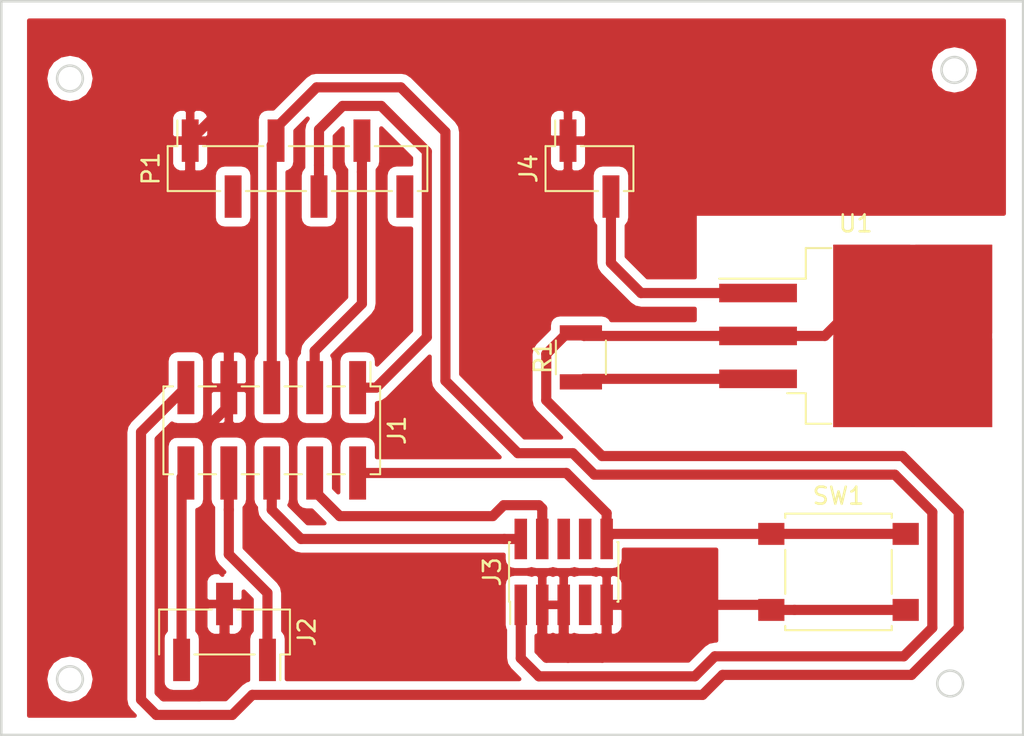
<source format=kicad_pcb>
(kicad_pcb (version 4) (host pcbnew 4.0.7-e2-6376~60~ubuntu17.10.1)

  (general
    (links 28)
    (no_connects 0)
    (area 113.716999 63.932999 174.319001 107.517001)
    (thickness 1.6)
    (drawings 9)
    (tracks 111)
    (zones 0)
    (modules 8)
    (nets 13)
  )

  (page A4)
  (layers
    (0 F.Cu mixed)
    (31 B.Cu signal)
    (32 B.Adhes user)
    (33 F.Adhes user)
    (34 B.Paste user)
    (35 F.Paste user)
    (36 B.SilkS user)
    (37 F.SilkS user)
    (38 B.Mask user)
    (39 F.Mask user)
    (40 Dwgs.User user)
    (41 Cmts.User user)
    (42 Eco1.User user)
    (43 Eco2.User user)
    (44 Edge.Cuts user)
    (45 Margin user)
    (46 B.CrtYd user)
    (47 F.CrtYd user)
    (48 B.Fab user)
    (49 F.Fab user)
  )

  (setup
    (last_trace_width 0.25)
    (trace_clearance 0.15)
    (zone_clearance 0.508)
    (zone_45_only yes)
    (trace_min 0.2)
    (segment_width 0.2)
    (edge_width 0.15)
    (via_size 0.6)
    (via_drill 0.4)
    (via_min_size 0.4)
    (via_min_drill 0.3)
    (uvia_size 0.3)
    (uvia_drill 0.1)
    (uvias_allowed no)
    (uvia_min_size 0.2)
    (uvia_min_drill 0.1)
    (pcb_text_width 0.3)
    (pcb_text_size 1.5 1.5)
    (mod_edge_width 0.15)
    (mod_text_size 1 1)
    (mod_text_width 0.15)
    (pad_size 1.524 1.524)
    (pad_drill 0.762)
    (pad_to_mask_clearance 0.2)
    (aux_axis_origin 113.792 107.442)
    (grid_origin 113.792 107.442)
    (visible_elements FFFFEF7F)
    (pcbplotparams
      (layerselection 0x01000_80000001)
      (usegerberextensions false)
      (excludeedgelayer true)
      (linewidth 0.100000)
      (plotframeref false)
      (viasonmask true)
      (mode 1)
      (useauxorigin false)
      (hpglpennumber 1)
      (hpglpenspeed 20)
      (hpglpendiameter 15)
      (hpglpenoverlay 2)
      (psnegative false)
      (psa4output false)
      (plotreference true)
      (plotvalue true)
      (plotinvisibletext true)
      (padsonsilk true)
      (subtractmaskfromsilk false)
      (outputformat 1)
      (mirror false)
      (drillshape 0)
      (scaleselection 1)
      (outputdirectory /home/jonk/KELLY/Projects/biotz2/hardware/utility-board/output-cnc))
  )

  (net 0 "")
  (net 1 TX)
  (net 2 NRST)
  (net 3 RX)
  (net 4 SWDCLK)
  (net 5 +3V3)
  (net 6 SWDIO)
  (net 7 GND)
  (net 8 PA14)
  (net 9 BAT)
  (net 10 PA15)
  (net 11 "Net-(J4-Pad2)")
  (net 12 "Net-(R1-Pad1)")

  (net_class Default "This is the default net class."
    (clearance 0.15)
    (trace_width 0.25)
    (via_dia 0.6)
    (via_drill 0.4)
    (uvia_dia 0.3)
    (uvia_drill 0.1)
  )

  (net_class cnc ""
    (clearance 0.5)
    (trace_width 0.6)
    (via_dia 1.8)
    (via_drill 1.4)
    (uvia_dia 0.3)
    (uvia_drill 0.1)
    (add_net +3V3)
    (add_net BAT)
    (add_net GND)
    (add_net NRST)
    (add_net "Net-(J4-Pad2)")
    (add_net "Net-(R1-Pad1)")
    (add_net PA14)
    (add_net PA15)
    (add_net RX)
    (add_net SWDCLK)
    (add_net SWDIO)
    (add_net TX)
  )

  (net_class cnc-narrow ""
    (clearance 0.2)
    (trace_width 0.55)
    (via_dia 1.8)
    (via_drill 1.4)
    (uvia_dia 0.3)
    (uvia_drill 0.1)
  )

  (net_class wide ""
    (clearance 0.2)
    (trace_width 0.5)
    (via_dia 0.6)
    (via_drill 0.4)
    (uvia_dia 0.3)
    (uvia_drill 0.1)
  )

  (module Pin_Headers:Pin_Header_Straight_2x05_Pitch2.54mm_SMD (layer F.Cu) (tedit 59650532) (tstamp 5AC46814)
    (at 129.794 89.408 270)
    (descr "surface-mounted straight pin header, 2x05, 2.54mm pitch, double rows")
    (tags "Surface mounted pin header SMD 2x05 2.54mm double row")
    (path /5AC462B4)
    (attr smd)
    (fp_text reference J1 (at 0 -7.41 270) (layer F.SilkS)
      (effects (font (size 1 1) (thickness 0.15)))
    )
    (fp_text value Interface (at 0 7.41 270) (layer F.Fab)
      (effects (font (size 1 1) (thickness 0.15)))
    )
    (fp_line (start 2.54 6.35) (end -2.54 6.35) (layer F.Fab) (width 0.1))
    (fp_line (start -1.59 -6.35) (end 2.54 -6.35) (layer F.Fab) (width 0.1))
    (fp_line (start -2.54 6.35) (end -2.54 -5.4) (layer F.Fab) (width 0.1))
    (fp_line (start -2.54 -5.4) (end -1.59 -6.35) (layer F.Fab) (width 0.1))
    (fp_line (start 2.54 -6.35) (end 2.54 6.35) (layer F.Fab) (width 0.1))
    (fp_line (start -2.54 -5.4) (end -3.6 -5.4) (layer F.Fab) (width 0.1))
    (fp_line (start -3.6 -5.4) (end -3.6 -4.76) (layer F.Fab) (width 0.1))
    (fp_line (start -3.6 -4.76) (end -2.54 -4.76) (layer F.Fab) (width 0.1))
    (fp_line (start 2.54 -5.4) (end 3.6 -5.4) (layer F.Fab) (width 0.1))
    (fp_line (start 3.6 -5.4) (end 3.6 -4.76) (layer F.Fab) (width 0.1))
    (fp_line (start 3.6 -4.76) (end 2.54 -4.76) (layer F.Fab) (width 0.1))
    (fp_line (start -2.54 -2.86) (end -3.6 -2.86) (layer F.Fab) (width 0.1))
    (fp_line (start -3.6 -2.86) (end -3.6 -2.22) (layer F.Fab) (width 0.1))
    (fp_line (start -3.6 -2.22) (end -2.54 -2.22) (layer F.Fab) (width 0.1))
    (fp_line (start 2.54 -2.86) (end 3.6 -2.86) (layer F.Fab) (width 0.1))
    (fp_line (start 3.6 -2.86) (end 3.6 -2.22) (layer F.Fab) (width 0.1))
    (fp_line (start 3.6 -2.22) (end 2.54 -2.22) (layer F.Fab) (width 0.1))
    (fp_line (start -2.54 -0.32) (end -3.6 -0.32) (layer F.Fab) (width 0.1))
    (fp_line (start -3.6 -0.32) (end -3.6 0.32) (layer F.Fab) (width 0.1))
    (fp_line (start -3.6 0.32) (end -2.54 0.32) (layer F.Fab) (width 0.1))
    (fp_line (start 2.54 -0.32) (end 3.6 -0.32) (layer F.Fab) (width 0.1))
    (fp_line (start 3.6 -0.32) (end 3.6 0.32) (layer F.Fab) (width 0.1))
    (fp_line (start 3.6 0.32) (end 2.54 0.32) (layer F.Fab) (width 0.1))
    (fp_line (start -2.54 2.22) (end -3.6 2.22) (layer F.Fab) (width 0.1))
    (fp_line (start -3.6 2.22) (end -3.6 2.86) (layer F.Fab) (width 0.1))
    (fp_line (start -3.6 2.86) (end -2.54 2.86) (layer F.Fab) (width 0.1))
    (fp_line (start 2.54 2.22) (end 3.6 2.22) (layer F.Fab) (width 0.1))
    (fp_line (start 3.6 2.22) (end 3.6 2.86) (layer F.Fab) (width 0.1))
    (fp_line (start 3.6 2.86) (end 2.54 2.86) (layer F.Fab) (width 0.1))
    (fp_line (start -2.54 4.76) (end -3.6 4.76) (layer F.Fab) (width 0.1))
    (fp_line (start -3.6 4.76) (end -3.6 5.4) (layer F.Fab) (width 0.1))
    (fp_line (start -3.6 5.4) (end -2.54 5.4) (layer F.Fab) (width 0.1))
    (fp_line (start 2.54 4.76) (end 3.6 4.76) (layer F.Fab) (width 0.1))
    (fp_line (start 3.6 4.76) (end 3.6 5.4) (layer F.Fab) (width 0.1))
    (fp_line (start 3.6 5.4) (end 2.54 5.4) (layer F.Fab) (width 0.1))
    (fp_line (start -2.6 -6.41) (end 2.6 -6.41) (layer F.SilkS) (width 0.12))
    (fp_line (start -2.6 6.41) (end 2.6 6.41) (layer F.SilkS) (width 0.12))
    (fp_line (start -4.04 -5.84) (end -2.6 -5.84) (layer F.SilkS) (width 0.12))
    (fp_line (start -2.6 -6.41) (end -2.6 -5.84) (layer F.SilkS) (width 0.12))
    (fp_line (start 2.6 -6.41) (end 2.6 -5.84) (layer F.SilkS) (width 0.12))
    (fp_line (start -2.6 5.84) (end -2.6 6.41) (layer F.SilkS) (width 0.12))
    (fp_line (start 2.6 5.84) (end 2.6 6.41) (layer F.SilkS) (width 0.12))
    (fp_line (start -2.6 -4.32) (end -2.6 -3.3) (layer F.SilkS) (width 0.12))
    (fp_line (start 2.6 -4.32) (end 2.6 -3.3) (layer F.SilkS) (width 0.12))
    (fp_line (start -2.6 -1.78) (end -2.6 -0.76) (layer F.SilkS) (width 0.12))
    (fp_line (start 2.6 -1.78) (end 2.6 -0.76) (layer F.SilkS) (width 0.12))
    (fp_line (start -2.6 0.76) (end -2.6 1.78) (layer F.SilkS) (width 0.12))
    (fp_line (start 2.6 0.76) (end 2.6 1.78) (layer F.SilkS) (width 0.12))
    (fp_line (start -2.6 3.3) (end -2.6 4.32) (layer F.SilkS) (width 0.12))
    (fp_line (start 2.6 3.3) (end 2.6 4.32) (layer F.SilkS) (width 0.12))
    (fp_line (start -5.9 -6.85) (end -5.9 6.85) (layer F.CrtYd) (width 0.05))
    (fp_line (start -5.9 6.85) (end 5.9 6.85) (layer F.CrtYd) (width 0.05))
    (fp_line (start 5.9 6.85) (end 5.9 -6.85) (layer F.CrtYd) (width 0.05))
    (fp_line (start 5.9 -6.85) (end -5.9 -6.85) (layer F.CrtYd) (width 0.05))
    (fp_text user %R (at 0 0 360) (layer F.Fab)
      (effects (font (size 1 1) (thickness 0.15)))
    )
    (pad 1 smd rect (at -2.525 -5.08 270) (size 3.15 1) (layers F.Cu F.Paste F.Mask)
      (net 1 TX))
    (pad 2 smd rect (at 2.525 -5.08 270) (size 3.15 1) (layers F.Cu F.Paste F.Mask)
      (net 2 NRST))
    (pad 3 smd rect (at -2.525 -2.54 270) (size 3.15 1) (layers F.Cu F.Paste F.Mask)
      (net 3 RX))
    (pad 4 smd rect (at 2.525 -2.54 270) (size 3.15 1) (layers F.Cu F.Paste F.Mask)
      (net 4 SWDCLK))
    (pad 5 smd rect (at -2.525 0 270) (size 3.15 1) (layers F.Cu F.Paste F.Mask)
      (net 5 +3V3))
    (pad 6 smd rect (at 2.525 0 270) (size 3.15 1) (layers F.Cu F.Paste F.Mask)
      (net 6 SWDIO))
    (pad 7 smd rect (at -2.525 2.54 270) (size 3.15 1) (layers F.Cu F.Paste F.Mask)
      (net 7 GND))
    (pad 8 smd rect (at 2.525 2.54 270) (size 3.15 1) (layers F.Cu F.Paste F.Mask)
      (net 8 PA14))
    (pad 9 smd rect (at -2.525 5.08 270) (size 3.15 1) (layers F.Cu F.Paste F.Mask)
      (net 9 BAT))
    (pad 10 smd rect (at 2.525 5.08 270) (size 3.15 1) (layers F.Cu F.Paste F.Mask)
      (net 10 PA15))
    (model ${KISYS3DMOD}/Pin_Headers.3dshapes/Pin_Header_Straight_2x05_Pitch2.54mm_SMD.wrl
      (at (xyz 0 0 0))
      (scale (xyz 1 1 1))
      (rotate (xyz 0 0 0))
    )
  )

  (module Pin_Headers:Pin_Header_Straight_1x03_Pitch2.54mm_SMD_Pin1Right (layer F.Cu) (tedit 59650532) (tstamp 5AC4681B)
    (at 127 101.346 270)
    (descr "surface-mounted straight pin header, 1x03, 2.54mm pitch, single row, style 2 (pin 1 right)")
    (tags "Surface mounted pin header SMD 1x03 2.54mm single row style2 pin1 right")
    (path /5AA9B3F4)
    (attr smd)
    (fp_text reference J2 (at 0 -4.87 270) (layer F.SilkS)
      (effects (font (size 1 1) (thickness 0.15)))
    )
    (fp_text value "test points" (at 0 4.87 270) (layer F.Fab)
      (effects (font (size 1 1) (thickness 0.15)))
    )
    (fp_line (start 1.27 3.81) (end -1.27 3.81) (layer F.Fab) (width 0.1))
    (fp_line (start -1.27 -3.81) (end 0.32 -3.81) (layer F.Fab) (width 0.1))
    (fp_line (start 1.27 3.81) (end 1.27 -2.86) (layer F.Fab) (width 0.1))
    (fp_line (start 1.27 -2.86) (end 0.32 -3.81) (layer F.Fab) (width 0.1))
    (fp_line (start -1.27 -3.81) (end -1.27 3.81) (layer F.Fab) (width 0.1))
    (fp_line (start -1.27 -0.32) (end -2.54 -0.32) (layer F.Fab) (width 0.1))
    (fp_line (start -2.54 -0.32) (end -2.54 0.32) (layer F.Fab) (width 0.1))
    (fp_line (start -2.54 0.32) (end -1.27 0.32) (layer F.Fab) (width 0.1))
    (fp_line (start 1.27 -2.86) (end 2.54 -2.86) (layer F.Fab) (width 0.1))
    (fp_line (start 2.54 -2.86) (end 2.54 -2.22) (layer F.Fab) (width 0.1))
    (fp_line (start 2.54 -2.22) (end 1.27 -2.22) (layer F.Fab) (width 0.1))
    (fp_line (start 1.27 2.22) (end 2.54 2.22) (layer F.Fab) (width 0.1))
    (fp_line (start 2.54 2.22) (end 2.54 2.86) (layer F.Fab) (width 0.1))
    (fp_line (start 2.54 2.86) (end 1.27 2.86) (layer F.Fab) (width 0.1))
    (fp_line (start -1.33 -3.87) (end 1.33 -3.87) (layer F.SilkS) (width 0.12))
    (fp_line (start -1.33 3.87) (end 1.33 3.87) (layer F.SilkS) (width 0.12))
    (fp_line (start 1.33 -1.78) (end 1.33 1.78) (layer F.SilkS) (width 0.12))
    (fp_line (start -1.33 -3.87) (end -1.33 -0.76) (layer F.SilkS) (width 0.12))
    (fp_line (start 1.33 -3.3) (end 2.85 -3.3) (layer F.SilkS) (width 0.12))
    (fp_line (start 1.33 -3.87) (end 1.33 -3.3) (layer F.SilkS) (width 0.12))
    (fp_line (start -1.33 3.3) (end -1.33 3.87) (layer F.SilkS) (width 0.12))
    (fp_line (start -1.33 0.76) (end -1.33 3.87) (layer F.SilkS) (width 0.12))
    (fp_line (start -3.45 -4.35) (end -3.45 4.35) (layer F.CrtYd) (width 0.05))
    (fp_line (start -3.45 4.35) (end 3.45 4.35) (layer F.CrtYd) (width 0.05))
    (fp_line (start 3.45 4.35) (end 3.45 -4.35) (layer F.CrtYd) (width 0.05))
    (fp_line (start 3.45 -4.35) (end -3.45 -4.35) (layer F.CrtYd) (width 0.05))
    (fp_text user %R (at 0 0 360) (layer F.Fab)
      (effects (font (size 1 1) (thickness 0.15)))
    )
    (pad 2 smd rect (at -1.655 0 270) (size 2.51 1) (layers F.Cu F.Paste F.Mask)
      (net 7 GND))
    (pad 1 smd rect (at 1.655 -2.54 270) (size 2.51 1) (layers F.Cu F.Paste F.Mask)
      (net 8 PA14))
    (pad 3 smd rect (at 1.655 2.54 270) (size 2.51 1) (layers F.Cu F.Paste F.Mask)
      (net 10 PA15))
    (model ${KISYS3DMOD}/Pin_Headers.3dshapes/Pin_Header_Straight_1x03_Pitch2.54mm_SMD_Pin1Right.wrl
      (at (xyz 0 0 0))
      (scale (xyz 1 1 1))
      (rotate (xyz 0 0 0))
    )
  )

  (module Pin_Headers:Pin_Header_Straight_2x05_Pitch1.27mm_SMD (layer F.Cu) (tedit 59650536) (tstamp 5AC46829)
    (at 147.066 97.79 90)
    (descr "surface-mounted straight pin header, 2x05, 1.27mm pitch, double rows")
    (tags "Surface mounted pin header SMD 2x05 1.27mm double row")
    (path /5A72BCA8)
    (attr smd)
    (fp_text reference J3 (at 0 -4.235 90) (layer F.SilkS)
      (effects (font (size 1 1) (thickness 0.15)))
    )
    (fp_text value ATMEL-CORTEX (at 0 4.235 90) (layer F.Fab)
      (effects (font (size 1 1) (thickness 0.15)))
    )
    (fp_line (start 1.705 3.175) (end -1.705 3.175) (layer F.Fab) (width 0.1))
    (fp_line (start -1.27 -3.175) (end 1.705 -3.175) (layer F.Fab) (width 0.1))
    (fp_line (start -1.705 3.175) (end -1.705 -2.74) (layer F.Fab) (width 0.1))
    (fp_line (start -1.705 -2.74) (end -1.27 -3.175) (layer F.Fab) (width 0.1))
    (fp_line (start 1.705 -3.175) (end 1.705 3.175) (layer F.Fab) (width 0.1))
    (fp_line (start -1.705 -2.74) (end -2.75 -2.74) (layer F.Fab) (width 0.1))
    (fp_line (start -2.75 -2.74) (end -2.75 -2.34) (layer F.Fab) (width 0.1))
    (fp_line (start -2.75 -2.34) (end -1.705 -2.34) (layer F.Fab) (width 0.1))
    (fp_line (start 1.705 -2.74) (end 2.75 -2.74) (layer F.Fab) (width 0.1))
    (fp_line (start 2.75 -2.74) (end 2.75 -2.34) (layer F.Fab) (width 0.1))
    (fp_line (start 2.75 -2.34) (end 1.705 -2.34) (layer F.Fab) (width 0.1))
    (fp_line (start -1.705 -1.47) (end -2.75 -1.47) (layer F.Fab) (width 0.1))
    (fp_line (start -2.75 -1.47) (end -2.75 -1.07) (layer F.Fab) (width 0.1))
    (fp_line (start -2.75 -1.07) (end -1.705 -1.07) (layer F.Fab) (width 0.1))
    (fp_line (start 1.705 -1.47) (end 2.75 -1.47) (layer F.Fab) (width 0.1))
    (fp_line (start 2.75 -1.47) (end 2.75 -1.07) (layer F.Fab) (width 0.1))
    (fp_line (start 2.75 -1.07) (end 1.705 -1.07) (layer F.Fab) (width 0.1))
    (fp_line (start -1.705 -0.2) (end -2.75 -0.2) (layer F.Fab) (width 0.1))
    (fp_line (start -2.75 -0.2) (end -2.75 0.2) (layer F.Fab) (width 0.1))
    (fp_line (start -2.75 0.2) (end -1.705 0.2) (layer F.Fab) (width 0.1))
    (fp_line (start 1.705 -0.2) (end 2.75 -0.2) (layer F.Fab) (width 0.1))
    (fp_line (start 2.75 -0.2) (end 2.75 0.2) (layer F.Fab) (width 0.1))
    (fp_line (start 2.75 0.2) (end 1.705 0.2) (layer F.Fab) (width 0.1))
    (fp_line (start -1.705 1.07) (end -2.75 1.07) (layer F.Fab) (width 0.1))
    (fp_line (start -2.75 1.07) (end -2.75 1.47) (layer F.Fab) (width 0.1))
    (fp_line (start -2.75 1.47) (end -1.705 1.47) (layer F.Fab) (width 0.1))
    (fp_line (start 1.705 1.07) (end 2.75 1.07) (layer F.Fab) (width 0.1))
    (fp_line (start 2.75 1.07) (end 2.75 1.47) (layer F.Fab) (width 0.1))
    (fp_line (start 2.75 1.47) (end 1.705 1.47) (layer F.Fab) (width 0.1))
    (fp_line (start -1.705 2.34) (end -2.75 2.34) (layer F.Fab) (width 0.1))
    (fp_line (start -2.75 2.34) (end -2.75 2.74) (layer F.Fab) (width 0.1))
    (fp_line (start -2.75 2.74) (end -1.705 2.74) (layer F.Fab) (width 0.1))
    (fp_line (start 1.705 2.34) (end 2.75 2.34) (layer F.Fab) (width 0.1))
    (fp_line (start 2.75 2.34) (end 2.75 2.74) (layer F.Fab) (width 0.1))
    (fp_line (start 2.75 2.74) (end 1.705 2.74) (layer F.Fab) (width 0.1))
    (fp_line (start -1.765 -3.235) (end 1.765 -3.235) (layer F.SilkS) (width 0.12))
    (fp_line (start -1.765 3.235) (end 1.765 3.235) (layer F.SilkS) (width 0.12))
    (fp_line (start -3.09 -3.17) (end -1.765 -3.17) (layer F.SilkS) (width 0.12))
    (fp_line (start -1.765 -3.235) (end -1.765 -3.17) (layer F.SilkS) (width 0.12))
    (fp_line (start 1.765 -3.235) (end 1.765 -3.17) (layer F.SilkS) (width 0.12))
    (fp_line (start -1.765 3.17) (end -1.765 3.235) (layer F.SilkS) (width 0.12))
    (fp_line (start 1.765 3.17) (end 1.765 3.235) (layer F.SilkS) (width 0.12))
    (fp_line (start -4.3 -3.7) (end -4.3 3.7) (layer F.CrtYd) (width 0.05))
    (fp_line (start -4.3 3.7) (end 4.3 3.7) (layer F.CrtYd) (width 0.05))
    (fp_line (start 4.3 3.7) (end 4.3 -3.7) (layer F.CrtYd) (width 0.05))
    (fp_line (start 4.3 -3.7) (end -4.3 -3.7) (layer F.CrtYd) (width 0.05))
    (fp_text user %R (at 0 0 180) (layer F.Fab)
      (effects (font (size 1 1) (thickness 0.15)))
    )
    (pad 1 smd rect (at -1.95 -2.54 90) (size 2.4 0.74) (layers F.Cu F.Paste F.Mask)
      (net 5 +3V3))
    (pad 2 smd rect (at 1.95 -2.54 90) (size 2.4 0.74) (layers F.Cu F.Paste F.Mask)
      (net 6 SWDIO))
    (pad 3 smd rect (at -1.95 -1.27 90) (size 2.4 0.74) (layers F.Cu F.Paste F.Mask)
      (net 7 GND))
    (pad 4 smd rect (at 1.95 -1.27 90) (size 2.4 0.74) (layers F.Cu F.Paste F.Mask)
      (net 4 SWDCLK))
    (pad 5 smd rect (at -1.95 0 90) (size 2.4 0.74) (layers F.Cu F.Paste F.Mask)
      (net 7 GND))
    (pad 6 smd rect (at 1.95 0 90) (size 2.4 0.74) (layers F.Cu F.Paste F.Mask))
    (pad 7 smd rect (at -1.95 1.27 90) (size 2.4 0.74) (layers F.Cu F.Paste F.Mask))
    (pad 8 smd rect (at 1.95 1.27 90) (size 2.4 0.74) (layers F.Cu F.Paste F.Mask))
    (pad 9 smd rect (at -1.95 2.54 90) (size 2.4 0.74) (layers F.Cu F.Paste F.Mask)
      (net 7 GND))
    (pad 10 smd rect (at 1.95 2.54 90) (size 2.4 0.74) (layers F.Cu F.Paste F.Mask)
      (net 2 NRST))
    (model ${KISYS3DMOD}/Pin_Headers.3dshapes/Pin_Header_Straight_2x05_Pitch1.27mm_SMD.wrl
      (at (xyz 0 0 0))
      (scale (xyz 1 1 1))
      (rotate (xyz 0 0 0))
    )
  )

  (module Pin_Headers:Pin_Header_Straight_1x02_Pitch2.54mm_SMD_Pin1Right (layer F.Cu) (tedit 59650532) (tstamp 5AC4682F)
    (at 148.59 73.914 90)
    (descr "surface-mounted straight pin header, 1x02, 2.54mm pitch, single row, style 2 (pin 1 right)")
    (tags "Surface mounted pin header SMD 1x02 2.54mm single row style2 pin1 right")
    (path /5AC47574)
    (attr smd)
    (fp_text reference J4 (at 0 -3.6 90) (layer F.SilkS)
      (effects (font (size 1 1) (thickness 0.15)))
    )
    (fp_text value "External Charge Power" (at 0 3.6 90) (layer F.Fab)
      (effects (font (size 1 1) (thickness 0.15)))
    )
    (fp_line (start 1.27 2.54) (end -1.27 2.54) (layer F.Fab) (width 0.1))
    (fp_line (start -1.27 -2.54) (end 0.32 -2.54) (layer F.Fab) (width 0.1))
    (fp_line (start 1.27 2.54) (end 1.27 -1.59) (layer F.Fab) (width 0.1))
    (fp_line (start 1.27 -1.59) (end 0.32 -2.54) (layer F.Fab) (width 0.1))
    (fp_line (start -1.27 -2.54) (end -1.27 2.54) (layer F.Fab) (width 0.1))
    (fp_line (start -1.27 0.95) (end -2.54 0.95) (layer F.Fab) (width 0.1))
    (fp_line (start -2.54 0.95) (end -2.54 1.59) (layer F.Fab) (width 0.1))
    (fp_line (start -2.54 1.59) (end -1.27 1.59) (layer F.Fab) (width 0.1))
    (fp_line (start 1.27 -1.59) (end 2.54 -1.59) (layer F.Fab) (width 0.1))
    (fp_line (start 2.54 -1.59) (end 2.54 -0.95) (layer F.Fab) (width 0.1))
    (fp_line (start 2.54 -0.95) (end 1.27 -0.95) (layer F.Fab) (width 0.1))
    (fp_line (start -1.33 -2.6) (end 1.33 -2.6) (layer F.SilkS) (width 0.12))
    (fp_line (start -1.33 2.6) (end 1.33 2.6) (layer F.SilkS) (width 0.12))
    (fp_line (start 1.33 -0.51) (end 1.33 2.6) (layer F.SilkS) (width 0.12))
    (fp_line (start -1.33 -2.6) (end -1.33 0.51) (layer F.SilkS) (width 0.12))
    (fp_line (start 1.33 -2.03) (end 2.85 -2.03) (layer F.SilkS) (width 0.12))
    (fp_line (start 1.33 -2.6) (end 1.33 -2.03) (layer F.SilkS) (width 0.12))
    (fp_line (start -1.33 2.03) (end -1.33 2.6) (layer F.SilkS) (width 0.12))
    (fp_line (start -3.45 -3.05) (end -3.45 3.05) (layer F.CrtYd) (width 0.05))
    (fp_line (start -3.45 3.05) (end 3.45 3.05) (layer F.CrtYd) (width 0.05))
    (fp_line (start 3.45 3.05) (end 3.45 -3.05) (layer F.CrtYd) (width 0.05))
    (fp_line (start 3.45 -3.05) (end -3.45 -3.05) (layer F.CrtYd) (width 0.05))
    (fp_text user %R (at 0 0 180) (layer F.Fab)
      (effects (font (size 1 1) (thickness 0.15)))
    )
    (pad 2 smd rect (at -1.655 1.27 90) (size 2.51 1) (layers F.Cu F.Paste F.Mask)
      (net 11 "Net-(J4-Pad2)"))
    (pad 1 smd rect (at 1.655 -1.27 90) (size 2.51 1) (layers F.Cu F.Paste F.Mask)
      (net 7 GND))
    (model ${KISYS3DMOD}/Pin_Headers.3dshapes/Pin_Header_Straight_1x02_Pitch2.54mm_SMD_Pin1Right.wrl
      (at (xyz 0 0 0))
      (scale (xyz 1 1 1))
      (rotate (xyz 0 0 0))
    )
  )

  (module Pin_Headers:Pin_Header_Straight_1x06_Pitch2.54mm_SMD_Pin1Right (layer F.Cu) (tedit 59650532) (tstamp 5AC46839)
    (at 131.318 73.914 90)
    (descr "surface-mounted straight pin header, 1x06, 2.54mm pitch, single row, style 2 (pin 1 right)")
    (tags "Surface mounted pin header SMD 1x06 2.54mm single row style2 pin1 right")
    (path /57B543CA)
    (attr smd)
    (fp_text reference P1 (at 0 -8.68 90) (layer F.SilkS)
      (effects (font (size 1 1) (thickness 0.15)))
    )
    (fp_text value FTDI/Serial (at 0 8.68 90) (layer F.Fab)
      (effects (font (size 1 1) (thickness 0.15)))
    )
    (fp_line (start 1.27 7.62) (end -1.27 7.62) (layer F.Fab) (width 0.1))
    (fp_line (start -1.27 -7.62) (end 0.32 -7.62) (layer F.Fab) (width 0.1))
    (fp_line (start 1.27 7.62) (end 1.27 -6.67) (layer F.Fab) (width 0.1))
    (fp_line (start 1.27 -6.67) (end 0.32 -7.62) (layer F.Fab) (width 0.1))
    (fp_line (start -1.27 -7.62) (end -1.27 7.62) (layer F.Fab) (width 0.1))
    (fp_line (start -1.27 -4.13) (end -2.54 -4.13) (layer F.Fab) (width 0.1))
    (fp_line (start -2.54 -4.13) (end -2.54 -3.49) (layer F.Fab) (width 0.1))
    (fp_line (start -2.54 -3.49) (end -1.27 -3.49) (layer F.Fab) (width 0.1))
    (fp_line (start -1.27 0.95) (end -2.54 0.95) (layer F.Fab) (width 0.1))
    (fp_line (start -2.54 0.95) (end -2.54 1.59) (layer F.Fab) (width 0.1))
    (fp_line (start -2.54 1.59) (end -1.27 1.59) (layer F.Fab) (width 0.1))
    (fp_line (start -1.27 6.03) (end -2.54 6.03) (layer F.Fab) (width 0.1))
    (fp_line (start -2.54 6.03) (end -2.54 6.67) (layer F.Fab) (width 0.1))
    (fp_line (start -2.54 6.67) (end -1.27 6.67) (layer F.Fab) (width 0.1))
    (fp_line (start 1.27 -6.67) (end 2.54 -6.67) (layer F.Fab) (width 0.1))
    (fp_line (start 2.54 -6.67) (end 2.54 -6.03) (layer F.Fab) (width 0.1))
    (fp_line (start 2.54 -6.03) (end 1.27 -6.03) (layer F.Fab) (width 0.1))
    (fp_line (start 1.27 -1.59) (end 2.54 -1.59) (layer F.Fab) (width 0.1))
    (fp_line (start 2.54 -1.59) (end 2.54 -0.95) (layer F.Fab) (width 0.1))
    (fp_line (start 2.54 -0.95) (end 1.27 -0.95) (layer F.Fab) (width 0.1))
    (fp_line (start 1.27 3.49) (end 2.54 3.49) (layer F.Fab) (width 0.1))
    (fp_line (start 2.54 3.49) (end 2.54 4.13) (layer F.Fab) (width 0.1))
    (fp_line (start 2.54 4.13) (end 1.27 4.13) (layer F.Fab) (width 0.1))
    (fp_line (start -1.33 -7.68) (end 1.33 -7.68) (layer F.SilkS) (width 0.12))
    (fp_line (start -1.33 7.68) (end 1.33 7.68) (layer F.SilkS) (width 0.12))
    (fp_line (start 1.33 -5.59) (end 1.33 -2.03) (layer F.SilkS) (width 0.12))
    (fp_line (start 1.33 -0.51) (end 1.33 3.05) (layer F.SilkS) (width 0.12))
    (fp_line (start 1.33 4.57) (end 1.33 7.68) (layer F.SilkS) (width 0.12))
    (fp_line (start -1.33 -7.68) (end -1.33 -4.57) (layer F.SilkS) (width 0.12))
    (fp_line (start 1.33 -7.11) (end 2.85 -7.11) (layer F.SilkS) (width 0.12))
    (fp_line (start 1.33 -7.68) (end 1.33 -7.11) (layer F.SilkS) (width 0.12))
    (fp_line (start -1.33 7.11) (end -1.33 7.68) (layer F.SilkS) (width 0.12))
    (fp_line (start -1.33 -3.05) (end -1.33 0.51) (layer F.SilkS) (width 0.12))
    (fp_line (start -1.33 2.03) (end -1.33 5.59) (layer F.SilkS) (width 0.12))
    (fp_line (start -3.45 -8.15) (end -3.45 8.15) (layer F.CrtYd) (width 0.05))
    (fp_line (start -3.45 8.15) (end 3.45 8.15) (layer F.CrtYd) (width 0.05))
    (fp_line (start 3.45 8.15) (end 3.45 -8.15) (layer F.CrtYd) (width 0.05))
    (fp_line (start 3.45 -8.15) (end -3.45 -8.15) (layer F.CrtYd) (width 0.05))
    (fp_text user %R (at 0 0 180) (layer F.Fab)
      (effects (font (size 1 1) (thickness 0.15)))
    )
    (pad 2 smd rect (at -1.655 -3.81 90) (size 2.51 1) (layers F.Cu F.Paste F.Mask))
    (pad 4 smd rect (at -1.655 1.27 90) (size 2.51 1) (layers F.Cu F.Paste F.Mask)
      (net 1 TX))
    (pad 6 smd rect (at -1.655 6.35 90) (size 2.51 1) (layers F.Cu F.Paste F.Mask))
    (pad 1 smd rect (at 1.655 -6.35 90) (size 2.51 1) (layers F.Cu F.Paste F.Mask)
      (net 7 GND))
    (pad 3 smd rect (at 1.655 -1.27 90) (size 2.51 1) (layers F.Cu F.Paste F.Mask)
      (net 5 +3V3))
    (pad 5 smd rect (at 1.655 3.81 90) (size 2.51 1) (layers F.Cu F.Paste F.Mask)
      (net 3 RX))
    (model ${KISYS3DMOD}/Pin_Headers.3dshapes/Pin_Header_Straight_1x06_Pitch2.54mm_SMD_Pin1Right.wrl
      (at (xyz 0 0 0))
      (scale (xyz 1 1 1))
      (rotate (xyz 0 0 0))
    )
  )

  (module Resistors_SMD:R_1210 (layer F.Cu) (tedit 58E0A804) (tstamp 5AC4683F)
    (at 148.082 85.09 90)
    (descr "Resistor SMD 1210, reflow soldering, Vishay (see dcrcw.pdf)")
    (tags "resistor 1210")
    (path /5AC47A5A)
    (attr smd)
    (fp_text reference R1 (at 0 -2.25 90) (layer F.SilkS)
      (effects (font (size 1 1) (thickness 0.15)))
    )
    (fp_text value 3.2K (at 0 2.4 90) (layer F.Fab)
      (effects (font (size 1 1) (thickness 0.15)))
    )
    (fp_text user %R (at 0 0 90) (layer F.Fab)
      (effects (font (size 0.7 0.7) (thickness 0.105)))
    )
    (fp_line (start -1.6 1.25) (end -1.6 -1.25) (layer F.Fab) (width 0.1))
    (fp_line (start 1.6 1.25) (end -1.6 1.25) (layer F.Fab) (width 0.1))
    (fp_line (start 1.6 -1.25) (end 1.6 1.25) (layer F.Fab) (width 0.1))
    (fp_line (start -1.6 -1.25) (end 1.6 -1.25) (layer F.Fab) (width 0.1))
    (fp_line (start 1 1.48) (end -1 1.48) (layer F.SilkS) (width 0.12))
    (fp_line (start -1 -1.48) (end 1 -1.48) (layer F.SilkS) (width 0.12))
    (fp_line (start -2.15 -1.5) (end 2.15 -1.5) (layer F.CrtYd) (width 0.05))
    (fp_line (start -2.15 -1.5) (end -2.15 1.5) (layer F.CrtYd) (width 0.05))
    (fp_line (start 2.15 1.5) (end 2.15 -1.5) (layer F.CrtYd) (width 0.05))
    (fp_line (start 2.15 1.5) (end -2.15 1.5) (layer F.CrtYd) (width 0.05))
    (pad 1 smd rect (at -1.45 0 90) (size 0.9 2.5) (layers F.Cu F.Paste F.Mask)
      (net 12 "Net-(R1-Pad1)"))
    (pad 2 smd rect (at 1.45 0 90) (size 0.9 2.5) (layers F.Cu F.Paste F.Mask)
      (net 9 BAT))
    (model ${KISYS3DMOD}/Resistors_SMD.3dshapes/R_1210.wrl
      (at (xyz 0 0 0))
      (scale (xyz 1 1 1))
      (rotate (xyz 0 0 0))
    )
  )

  (module Buttons_Switches_SMD:SW_SPST_B3S-1000 (layer F.Cu) (tedit 58724047) (tstamp 5AC46847)
    (at 163.322 97.79)
    (descr "Surface Mount Tactile Switch for High-Density Packaging")
    (tags "Tactile Switch")
    (path /5A72B196)
    (attr smd)
    (fp_text reference SW1 (at 0 -4.5) (layer F.SilkS)
      (effects (font (size 1 1) (thickness 0.15)))
    )
    (fp_text value SW_Reset (at 0 4.5) (layer F.Fab)
      (effects (font (size 1 1) (thickness 0.15)))
    )
    (fp_text user %R (at 0 -4.5) (layer F.Fab)
      (effects (font (size 1 1) (thickness 0.15)))
    )
    (fp_line (start -5 3.7) (end 5 3.7) (layer F.CrtYd) (width 0.05))
    (fp_line (start 5 3.7) (end 5 -3.7) (layer F.CrtYd) (width 0.05))
    (fp_line (start 5 -3.7) (end -5 -3.7) (layer F.CrtYd) (width 0.05))
    (fp_line (start -5 -3.7) (end -5 3.7) (layer F.CrtYd) (width 0.05))
    (fp_line (start -3.15 -3.2) (end -3.15 -3.45) (layer F.SilkS) (width 0.12))
    (fp_line (start -3.15 -3.45) (end 3.15 -3.45) (layer F.SilkS) (width 0.12))
    (fp_line (start 3.15 -3.45) (end 3.15 -3.2) (layer F.SilkS) (width 0.12))
    (fp_line (start -3.15 1.3) (end -3.15 -1.3) (layer F.SilkS) (width 0.12))
    (fp_line (start 3.15 3.2) (end 3.15 3.45) (layer F.SilkS) (width 0.12))
    (fp_line (start 3.15 3.45) (end -3.15 3.45) (layer F.SilkS) (width 0.12))
    (fp_line (start -3.15 3.45) (end -3.15 3.2) (layer F.SilkS) (width 0.12))
    (fp_line (start 3.15 -1.3) (end 3.15 1.3) (layer F.SilkS) (width 0.12))
    (fp_circle (center 0 0) (end 1.65 0) (layer F.Fab) (width 0.1))
    (fp_line (start -3 -3.3) (end 3 -3.3) (layer F.Fab) (width 0.1))
    (fp_line (start 3 -3.3) (end 3 3.3) (layer F.Fab) (width 0.1))
    (fp_line (start 3 3.3) (end -3 3.3) (layer F.Fab) (width 0.1))
    (fp_line (start -3 3.3) (end -3 -3.3) (layer F.Fab) (width 0.1))
    (pad 1 smd rect (at -3.975 -2.25) (size 1.55 1.3) (layers F.Cu F.Paste F.Mask)
      (net 2 NRST))
    (pad 1 smd rect (at 3.975 -2.25) (size 1.55 1.3) (layers F.Cu F.Paste F.Mask)
      (net 2 NRST))
    (pad 2 smd rect (at -3.975 2.25) (size 1.55 1.3) (layers F.Cu F.Paste F.Mask)
      (net 7 GND))
    (pad 2 smd rect (at 3.975 2.25) (size 1.55 1.3) (layers F.Cu F.Paste F.Mask)
      (net 7 GND))
    (model ${KISYS3DMOD}/Buttons_Switches_SMD.3dshapes/SW_SPST_B3S-1000.wrl
      (at (xyz 0 0 0))
      (scale (xyz 1 1 1))
      (rotate (xyz 0 0 0))
    )
  )

  (module TO_SOT_Packages_SMD:TO-263-3_TabPin2 (layer F.Cu) (tedit 590079C0) (tstamp 5AC4685B)
    (at 164.338 83.82)
    (descr "TO-263 / D2PAK / DDPAK SMD package, http://www.infineon.com/cms/en/product/packages/PG-TO263/PG-TO263-3-1/")
    (tags "D2PAK DDPAK TO-263 D2PAK-3 TO-263-3 SOT-404")
    (path /5AC479B9)
    (attr smd)
    (fp_text reference U1 (at 0 -6.65) (layer F.SilkS)
      (effects (font (size 1 1) (thickness 0.15)))
    )
    (fp_text value L7805 (at 0 6.65) (layer F.Fab)
      (effects (font (size 1 1) (thickness 0.15)))
    )
    (fp_line (start 6.5 -5) (end 7.5 -5) (layer F.Fab) (width 0.1))
    (fp_line (start 7.5 -5) (end 7.5 5) (layer F.Fab) (width 0.1))
    (fp_line (start 7.5 5) (end 6.5 5) (layer F.Fab) (width 0.1))
    (fp_line (start 6.5 -5) (end 6.5 5) (layer F.Fab) (width 0.1))
    (fp_line (start 6.5 5) (end -2.75 5) (layer F.Fab) (width 0.1))
    (fp_line (start -2.75 5) (end -2.75 -4) (layer F.Fab) (width 0.1))
    (fp_line (start -2.75 -4) (end -1.75 -5) (layer F.Fab) (width 0.1))
    (fp_line (start -1.75 -5) (end 6.5 -5) (layer F.Fab) (width 0.1))
    (fp_line (start -2.75 -3.04) (end -7.45 -3.04) (layer F.Fab) (width 0.1))
    (fp_line (start -7.45 -3.04) (end -7.45 -2.04) (layer F.Fab) (width 0.1))
    (fp_line (start -7.45 -2.04) (end -2.75 -2.04) (layer F.Fab) (width 0.1))
    (fp_line (start -2.75 -0.5) (end -7.45 -0.5) (layer F.Fab) (width 0.1))
    (fp_line (start -7.45 -0.5) (end -7.45 0.5) (layer F.Fab) (width 0.1))
    (fp_line (start -7.45 0.5) (end -2.75 0.5) (layer F.Fab) (width 0.1))
    (fp_line (start -2.75 2.04) (end -7.45 2.04) (layer F.Fab) (width 0.1))
    (fp_line (start -7.45 2.04) (end -7.45 3.04) (layer F.Fab) (width 0.1))
    (fp_line (start -7.45 3.04) (end -2.75 3.04) (layer F.Fab) (width 0.1))
    (fp_line (start -1.45 -5.2) (end -2.95 -5.2) (layer F.SilkS) (width 0.12))
    (fp_line (start -2.95 -5.2) (end -2.95 -3.39) (layer F.SilkS) (width 0.12))
    (fp_line (start -2.95 -3.39) (end -8.075 -3.39) (layer F.SilkS) (width 0.12))
    (fp_line (start -1.45 5.2) (end -2.95 5.2) (layer F.SilkS) (width 0.12))
    (fp_line (start -2.95 5.2) (end -2.95 3.39) (layer F.SilkS) (width 0.12))
    (fp_line (start -2.95 3.39) (end -4.05 3.39) (layer F.SilkS) (width 0.12))
    (fp_line (start -8.32 -5.65) (end -8.32 5.65) (layer F.CrtYd) (width 0.05))
    (fp_line (start -8.32 5.65) (end 8.32 5.65) (layer F.CrtYd) (width 0.05))
    (fp_line (start 8.32 5.65) (end 8.32 -5.65) (layer F.CrtYd) (width 0.05))
    (fp_line (start 8.32 -5.65) (end -8.32 -5.65) (layer F.CrtYd) (width 0.05))
    (fp_text user %R (at 0 0) (layer F.Fab)
      (effects (font (size 1 1) (thickness 0.15)))
    )
    (pad 1 smd rect (at -5.775 -2.54) (size 4.6 1.1) (layers F.Cu F.Paste F.Mask)
      (net 11 "Net-(J4-Pad2)"))
    (pad 2 smd rect (at -5.775 0) (size 4.6 1.1) (layers F.Cu F.Paste F.Mask)
      (net 9 BAT))
    (pad 3 smd rect (at -5.775 2.54) (size 4.6 1.1) (layers F.Cu F.Paste F.Mask)
      (net 12 "Net-(R1-Pad1)"))
    (pad 2 smd rect (at 3.375 0) (size 9.4 10.8) (layers F.Cu F.Mask)
      (net 9 BAT))
    (pad 2 smd rect (at 5.8 2.775) (size 4.55 5.25) (layers F.Cu F.Paste)
      (net 9 BAT))
    (pad 2 smd rect (at 0.95 -2.775) (size 4.55 5.25) (layers F.Cu F.Paste)
      (net 9 BAT))
    (pad 2 smd rect (at 5.8 -2.775) (size 4.55 5.25) (layers F.Cu F.Paste)
      (net 9 BAT))
    (pad 2 smd rect (at 0.95 2.775) (size 4.55 5.25) (layers F.Cu F.Paste)
      (net 9 BAT))
    (model ${KISYS3DMOD}/TO_SOT_Packages_SMD.3dshapes/TO-263-3_TabPin2.wrl
      (at (xyz 0 0 0))
      (scale (xyz 1 1 1))
      (rotate (xyz 0 0 0))
    )
  )

  (gr_circle (center 117.856 104.14) (end 117.856 104.902) (layer Edge.Cuts) (width 0.15) (tstamp 5AC5724F))
  (gr_circle (center 169.926 104.394) (end 169.926 105.156) (layer Edge.Cuts) (width 0.15) (tstamp 5AC571FA))
  (gr_circle (center 117.856 68.58) (end 117.856 69.342) (layer Edge.Cuts) (width 0.15) (tstamp 5AC571AD))
  (gr_circle (center 170.18 68.072) (end 170.18 68.834) (layer Edge.Cuts) (width 0.15))
  (gr_line (start 113.792 64.008) (end 113.792 64.008) (layer Edge.Cuts) (width 0.15) (tstamp 5AC46C57))
  (gr_line (start 113.792 107.442) (end 113.792 64.008) (layer Edge.Cuts) (width 0.15))
  (gr_line (start 174.244 107.442) (end 113.792 107.442) (layer Edge.Cuts) (width 0.15))
  (gr_line (start 174.244 64.008) (end 174.244 107.442) (layer Edge.Cuts) (width 0.15))
  (gr_line (start 113.792 64.008) (end 174.244 64.008) (layer Edge.Cuts) (width 0.15))

  (segment (start 134.874 86.883) (end 135.974 86.883) (width 0.6) (layer F.Cu) (net 1))
  (segment (start 135.974 86.883) (end 138.968001 83.888999) (width 0.6) (layer F.Cu) (net 1))
  (segment (start 138.968001 83.888999) (end 138.968001 72.903999) (width 0.6) (layer F.Cu) (net 1))
  (segment (start 138.968001 72.903999) (end 136.268001 70.203999) (width 0.6) (layer F.Cu) (net 1))
  (segment (start 136.268001 70.203999) (end 133.987999 70.203999) (width 0.6) (layer F.Cu) (net 1))
  (segment (start 133.987999 70.203999) (end 132.588 71.603998) (width 0.6) (layer F.Cu) (net 1))
  (segment (start 132.588 71.603998) (end 132.588 73.714) (width 0.6) (layer F.Cu) (net 1))
  (segment (start 132.588 73.714) (end 132.588 75.569) (width 0.6) (layer F.Cu) (net 1))
  (segment (start 149.606 94.315302) (end 149.606 95.84) (width 0.6) (layer F.Cu) (net 2))
  (segment (start 134.874 91.933) (end 147.223698 91.933) (width 0.6) (layer F.Cu) (net 2))
  (segment (start 147.223698 91.933) (end 149.606 94.315302) (width 0.6) (layer F.Cu) (net 2))
  (segment (start 149.606 95.84) (end 149.906 95.54) (width 0.6) (layer F.Cu) (net 2) (tstamp 5AC46BE0))
  (segment (start 149.906 95.54) (end 159.347 95.54) (width 0.6) (layer F.Cu) (net 2) (tstamp 5AC46BE1))
  (segment (start 159.347 95.54) (end 167.297 95.54) (width 0.6) (layer F.Cu) (net 2))
  (segment (start 159.047 95.84) (end 159.347 95.54) (width 0.6) (layer F.Cu) (net 2))
  (segment (start 132.334 86.883) (end 132.334 84.708) (width 0.6) (layer F.Cu) (net 3))
  (segment (start 135.128 74.114) (end 135.128 72.259) (width 0.6) (layer F.Cu) (net 3))
  (segment (start 132.334 84.708) (end 135.128 81.914) (width 0.6) (layer F.Cu) (net 3))
  (segment (start 135.128 81.914) (end 135.128 74.114) (width 0.6) (layer F.Cu) (net 3))
  (segment (start 132.334 91.933) (end 132.334 93.008) (width 0.6) (layer F.Cu) (net 4))
  (segment (start 145.796 94.04) (end 145.796 95.84) (width 0.6) (layer F.Cu) (net 4))
  (segment (start 132.334 93.008) (end 133.814 94.488) (width 0.6) (layer F.Cu) (net 4))
  (segment (start 133.814 94.488) (end 142.867998 94.488) (width 0.6) (layer F.Cu) (net 4))
  (segment (start 142.867998 94.488) (end 143.515999 93.839999) (width 0.6) (layer F.Cu) (net 4))
  (segment (start 143.515999 93.839999) (end 145.595999 93.839999) (width 0.6) (layer F.Cu) (net 4))
  (segment (start 145.595999 93.839999) (end 145.796 94.04) (width 0.6) (layer F.Cu) (net 4))
  (segment (start 148.878359 92.032011) (end 147.608359 90.762011) (width 0.6) (layer F.Cu) (net 5))
  (segment (start 147.608359 90.762011) (end 144.356011 90.762011) (width 0.6) (layer F.Cu) (net 5))
  (segment (start 168.872001 94.249999) (end 166.654013 92.032011) (width 0.6) (layer F.Cu) (net 5))
  (segment (start 166.654013 92.032011) (end 148.878359 92.032011) (width 0.6) (layer F.Cu) (net 5))
  (segment (start 140.068013 86.474013) (end 140.068013 71.742013) (width 0.6) (layer F.Cu) (net 5))
  (segment (start 168.872001 101.098349) (end 168.872001 94.249999) (width 0.6) (layer F.Cu) (net 5))
  (segment (start 132.448011 69.103989) (end 130.048 71.504) (width 0.6) (layer F.Cu) (net 5))
  (segment (start 130.048 71.504) (end 130.048 72.259) (width 0.6) (layer F.Cu) (net 5))
  (segment (start 167.184361 102.785989) (end 168.872001 101.098349) (width 0.6) (layer F.Cu) (net 5))
  (segment (start 140.068013 71.742013) (end 137.429989 69.103989) (width 0.6) (layer F.Cu) (net 5))
  (segment (start 137.429989 69.103989) (end 132.448011 69.103989) (width 0.6) (layer F.Cu) (net 5))
  (segment (start 156.008361 102.785989) (end 167.184361 102.785989) (width 0.6) (layer F.Cu) (net 5))
  (segment (start 154.82434 103.97001) (end 156.008361 102.785989) (width 0.6) (layer F.Cu) (net 5))
  (segment (start 144.526 102.901649) (end 145.594361 103.97001) (width 0.6) (layer F.Cu) (net 5))
  (segment (start 145.594361 103.97001) (end 154.82434 103.97001) (width 0.6) (layer F.Cu) (net 5))
  (segment (start 144.356011 90.762011) (end 140.068013 86.474013) (width 0.6) (layer F.Cu) (net 5))
  (segment (start 144.526 99.74) (end 144.526 102.901649) (width 0.6) (layer F.Cu) (net 5))
  (segment (start 129.794 86.883) (end 129.794 72.513) (width 0.6) (layer F.Cu) (net 5))
  (segment (start 129.794 72.513) (end 130.048 72.259) (width 0.6) (layer F.Cu) (net 5))
  (segment (start 129.794 91.933) (end 129.794 94.108) (width 0.6) (layer F.Cu) (net 6))
  (segment (start 129.794 94.108) (end 131.526 95.84) (width 0.6) (layer F.Cu) (net 6))
  (segment (start 143.556 95.84) (end 144.526 95.84) (width 0.6) (layer F.Cu) (net 6))
  (segment (start 131.526 95.84) (end 143.556 95.84) (width 0.6) (layer F.Cu) (net 6))
  (segment (start 123.419998 105.156) (end 125.500002 105.156) (width 0.6) (layer F.Cu) (net 7))
  (segment (start 125.500002 105.156) (end 127 103.656002) (width 0.6) (layer F.Cu) (net 7))
  (segment (start 127 103.656002) (end 127 101.546) (width 0.6) (layer F.Cu) (net 7))
  (segment (start 127 101.546) (end 127 99.691) (width 0.6) (layer F.Cu) (net 7))
  (segment (start 125.654001 89.557999) (end 123.573999 89.557999) (width 0.6) (layer F.Cu) (net 7))
  (segment (start 127.254 87.958) (end 125.654001 89.557999) (width 0.6) (layer F.Cu) (net 7))
  (segment (start 127.254 86.883) (end 127.254 87.958) (width 0.6) (layer F.Cu) (net 7))
  (segment (start 123.573999 89.557999) (end 123.159999 89.971999) (width 0.6) (layer F.Cu) (net 7))
  (segment (start 123.159999 89.971999) (end 123.159999 104.896001) (width 0.6) (layer F.Cu) (net 7))
  (segment (start 123.159999 104.896001) (end 123.419998 105.156) (width 0.6) (layer F.Cu) (net 7))
  (segment (start 141.964978 68.003978) (end 146.22 72.259) (width 0.6) (layer F.Cu) (net 7))
  (segment (start 124.968 72.259) (end 129.223022 68.003978) (width 0.6) (layer F.Cu) (net 7))
  (segment (start 129.223022 68.003978) (end 141.964978 68.003978) (width 0.6) (layer F.Cu) (net 7))
  (segment (start 146.22 72.259) (end 147.32 72.259) (width 0.6) (layer F.Cu) (net 7))
  (segment (start 124.968 72.259) (end 124.968 76.224002) (width 0.6) (layer F.Cu) (net 7))
  (segment (start 124.968 76.224002) (end 127.254 78.510002) (width 0.6) (layer F.Cu) (net 7))
  (segment (start 127.254 78.510002) (end 127.254 84.708) (width 0.6) (layer F.Cu) (net 7))
  (segment (start 127.254 84.708) (end 127.254 86.883) (width 0.6) (layer F.Cu) (net 7))
  (segment (start 145.796 102.616) (end 146.05 102.87) (width 0.6) (layer F.Cu) (net 7))
  (segment (start 146.05 102.87) (end 147.32 102.87) (width 0.6) (layer F.Cu) (net 7))
  (segment (start 145.796 99.74) (end 145.796 102.616) (width 0.6) (layer F.Cu) (net 7))
  (segment (start 149.352 102.87) (end 149.606 102.616) (width 0.6) (layer F.Cu) (net 7))
  (segment (start 149.606 102.616) (end 149.606 99.74) (width 0.6) (layer F.Cu) (net 7))
  (segment (start 147.32 102.87) (end 149.352 102.87) (width 0.6) (layer F.Cu) (net 7))
  (segment (start 147.066 102.616) (end 147.32 102.87) (width 0.6) (layer F.Cu) (net 7))
  (segment (start 147.066 99.74) (end 147.066 102.616) (width 0.6) (layer F.Cu) (net 7))
  (segment (start 149.606 99.74) (end 159.047 99.74) (width 0.6) (layer F.Cu) (net 7))
  (segment (start 159.047 99.74) (end 159.347 100.04) (width 0.6) (layer F.Cu) (net 7))
  (segment (start 159.347 100.04) (end 160.722 100.04) (width 0.6) (layer F.Cu) (net 7))
  (segment (start 160.722 100.04) (end 167.297 100.04) (width 0.6) (layer F.Cu) (net 7))
  (segment (start 129.54 103.001) (end 129.54 99.035998) (width 0.6) (layer F.Cu) (net 8))
  (segment (start 129.54 99.035998) (end 127.254 96.749998) (width 0.6) (layer F.Cu) (net 8))
  (segment (start 127.254 96.749998) (end 127.254 94.108) (width 0.6) (layer F.Cu) (net 8))
  (segment (start 127.254 94.108) (end 127.254 91.933) (width 0.6) (layer F.Cu) (net 8))
  (segment (start 167.64 103.886) (end 156.464 103.886) (width 0.6) (layer F.Cu) (net 9))
  (segment (start 170.434 94.256348) (end 170.434 101.092) (width 0.6) (layer F.Cu) (net 9))
  (segment (start 167.64 103.886) (end 170.434 101.092) (width 0.6) (layer F.Cu) (net 9))
  (segment (start 158.563 83.82) (end 162.513 83.82) (width 0.6) (layer F.Cu) (net 9))
  (segment (start 162.513 83.82) (end 165.288 81.045) (width 0.6) (layer F.Cu) (net 9))
  (segment (start 127.455639 106.256011) (end 122.964359 106.256011) (width 0.6) (layer F.Cu) (net 9))
  (segment (start 156.464 103.886) (end 155.279979 105.070021) (width 0.6) (layer F.Cu) (net 9))
  (segment (start 155.279979 105.070021) (end 128.641629 105.070021) (width 0.6) (layer F.Cu) (net 9))
  (segment (start 122.964359 106.256011) (end 122.059988 105.35164) (width 0.6) (layer F.Cu) (net 9))
  (segment (start 122.059988 105.35164) (end 122.059988 89.51636) (width 0.6) (layer F.Cu) (net 9))
  (segment (start 167.109652 90.932) (end 170.434 94.256348) (width 0.6) (layer F.Cu) (net 9))
  (segment (start 124.693348 86.883) (end 124.714 86.883) (width 0.6) (layer F.Cu) (net 9))
  (segment (start 149.333998 90.932) (end 167.109652 90.932) (width 0.6) (layer F.Cu) (net 9))
  (segment (start 122.059988 89.51636) (end 124.693348 86.883) (width 0.6) (layer F.Cu) (net 9))
  (segment (start 146.031999 87.630001) (end 149.333998 90.932) (width 0.6) (layer F.Cu) (net 9))
  (segment (start 147.282 83.64) (end 146.031999 84.890001) (width 0.6) (layer F.Cu) (net 9))
  (segment (start 146.031999 84.890001) (end 146.031999 87.630001) (width 0.6) (layer F.Cu) (net 9))
  (segment (start 148.082 83.64) (end 147.282 83.64) (width 0.6) (layer F.Cu) (net 9))
  (segment (start 128.641629 105.070021) (end 127.455639 106.256011) (width 0.6) (layer F.Cu) (net 9))
  (segment (start 158.563 83.82) (end 148.262 83.82) (width 0.6) (layer F.Cu) (net 9))
  (segment (start 148.262 83.82) (end 148.082 83.64) (width 0.6) (layer F.Cu) (net 9))
  (segment (start 124.46 103.001) (end 124.46 92.187) (width 0.6) (layer F.Cu) (net 10))
  (segment (start 124.46 92.187) (end 124.714 91.933) (width 0.6) (layer F.Cu) (net 10))
  (segment (start 158.563 81.28) (end 151.638 81.28) (width 0.6) (layer F.Cu) (net 11))
  (segment (start 149.86 79.502) (end 149.86 75.569) (width 0.6) (layer F.Cu) (net 11) (tstamp 5AC46A9C))
  (segment (start 151.638 81.28) (end 149.86 79.502) (width 0.6) (layer F.Cu) (net 11) (tstamp 5AC46A9B))
  (segment (start 158.563 86.36) (end 148.262 86.36) (width 0.6) (layer F.Cu) (net 12))
  (segment (start 148.262 86.36) (end 148.082 86.54) (width 0.6) (layer F.Cu) (net 12))

  (zone (net 7) (net_name GND) (layer F.Cu) (tstamp 5AC570D5) (hatch edge 0.508)
    (connect_pads (clearance 0.508))
    (min_thickness 0.254)
    (fill yes (arc_segments 16) (thermal_gap 0.508) (thermal_bridge_width 0.508))
    (polygon
      (pts
        (xy 173.228 76.708) (xy 154.94 76.708) (xy 154.94 90.17) (xy 156.21 90.17) (xy 156.21 106.426)
        (xy 115.316 106.426) (xy 115.316 65.024) (xy 173.228 65.024)
      )
    )
    (filled_polygon
      (pts
        (xy 173.101 76.581) (xy 154.94 76.581) (xy 154.89059 76.591006) (xy 154.848965 76.619447) (xy 154.821685 76.661841)
        (xy 154.813 76.708) (xy 154.813 80.345) (xy 152.02529 80.345) (xy 150.795 79.11471) (xy 150.795 77.298669)
        (xy 150.811441 77.28809) (xy 150.956431 77.07589) (xy 151.00744 76.824) (xy 151.00744 74.314) (xy 150.963162 74.078683)
        (xy 150.82409 73.862559) (xy 150.61189 73.717569) (xy 150.36 73.66656) (xy 149.36 73.66656) (xy 149.124683 73.710838)
        (xy 148.908559 73.84991) (xy 148.763569 74.06211) (xy 148.71256 74.314) (xy 148.71256 76.824) (xy 148.756838 77.059317)
        (xy 148.89591 77.275441) (xy 148.925 77.295317) (xy 148.925 79.502) (xy 148.996173 79.859809) (xy 149.198855 80.163145)
        (xy 150.976855 81.941145) (xy 151.280191 82.143827) (xy 151.638 82.215) (xy 154.813 82.215) (xy 154.813 82.885)
        (xy 149.890322 82.885) (xy 149.79609 82.738559) (xy 149.58389 82.593569) (xy 149.332 82.54256) (xy 146.832 82.54256)
        (xy 146.596683 82.586838) (xy 146.380559 82.72591) (xy 146.235569 82.93811) (xy 146.18456 83.19) (xy 146.18456 83.41515)
        (xy 145.370854 84.228856) (xy 145.168172 84.532192) (xy 145.096999 84.890001) (xy 145.096999 87.630001) (xy 145.168172 87.98781)
        (xy 145.370854 88.291146) (xy 146.906719 89.827011) (xy 144.743301 89.827011) (xy 141.003013 86.086723) (xy 141.003013 72.54475)
        (xy 146.185 72.54475) (xy 146.185 73.640309) (xy 146.281673 73.873698) (xy 146.460301 74.052327) (xy 146.69369 74.149)
        (xy 147.03425 74.149) (xy 147.193 73.99025) (xy 147.193 72.386) (xy 147.447 72.386) (xy 147.447 73.99025)
        (xy 147.60575 74.149) (xy 147.94631 74.149) (xy 148.179699 74.052327) (xy 148.358327 73.873698) (xy 148.455 73.640309)
        (xy 148.455 72.54475) (xy 148.29625 72.386) (xy 147.447 72.386) (xy 147.193 72.386) (xy 146.34375 72.386)
        (xy 146.185 72.54475) (xy 141.003013 72.54475) (xy 141.003013 71.742013) (xy 140.93184 71.384204) (xy 140.729158 71.080868)
        (xy 140.525981 70.877691) (xy 146.185 70.877691) (xy 146.185 71.97325) (xy 146.34375 72.132) (xy 147.193 72.132)
        (xy 147.193 70.52775) (xy 147.447 70.52775) (xy 147.447 72.132) (xy 148.29625 72.132) (xy 148.455 71.97325)
        (xy 148.455 70.877691) (xy 148.358327 70.644302) (xy 148.179699 70.465673) (xy 147.94631 70.369) (xy 147.60575 70.369)
        (xy 147.447 70.52775) (xy 147.193 70.52775) (xy 147.03425 70.369) (xy 146.69369 70.369) (xy 146.460301 70.465673)
        (xy 146.281673 70.644302) (xy 146.185 70.877691) (xy 140.525981 70.877691) (xy 138.091134 68.442844) (xy 137.787798 68.240162)
        (xy 137.429989 68.168989) (xy 132.448011 68.168989) (xy 132.090202 68.240162) (xy 131.786866 68.442844) (xy 129.87315 70.35656)
        (xy 129.548 70.35656) (xy 129.312683 70.400838) (xy 129.096559 70.53991) (xy 128.951569 70.75211) (xy 128.90056 71.004)
        (xy 128.90056 72.304065) (xy 128.859 72.513) (xy 128.859 84.833331) (xy 128.842559 84.84391) (xy 128.697569 85.05611)
        (xy 128.64656 85.308) (xy 128.64656 88.458) (xy 128.690838 88.693317) (xy 128.82991 88.909441) (xy 129.04211 89.054431)
        (xy 129.294 89.10544) (xy 130.294 89.10544) (xy 130.529317 89.061162) (xy 130.745441 88.92209) (xy 130.890431 88.70989)
        (xy 130.94144 88.458) (xy 130.94144 85.308) (xy 130.897162 85.072683) (xy 130.75809 84.856559) (xy 130.729 84.836683)
        (xy 130.729 74.127382) (xy 130.783317 74.117162) (xy 130.999441 73.97809) (xy 131.144431 73.76589) (xy 131.19544 73.514)
        (xy 131.19544 71.67885) (xy 131.917628 70.956662) (xy 131.724173 71.246189) (xy 131.653 71.603998) (xy 131.653 73.839331)
        (xy 131.636559 73.84991) (xy 131.491569 74.06211) (xy 131.44056 74.314) (xy 131.44056 76.824) (xy 131.484838 77.059317)
        (xy 131.62391 77.275441) (xy 131.83611 77.420431) (xy 132.088 77.47144) (xy 133.088 77.47144) (xy 133.323317 77.427162)
        (xy 133.539441 77.28809) (xy 133.684431 77.07589) (xy 133.73544 76.824) (xy 133.73544 74.314) (xy 133.691162 74.078683)
        (xy 133.55209 73.862559) (xy 133.523 73.842683) (xy 133.523 71.991288) (xy 133.98056 71.533728) (xy 133.98056 73.514)
        (xy 134.024838 73.749317) (xy 134.16391 73.965441) (xy 134.193 73.985317) (xy 134.193 81.52671) (xy 131.672855 84.046855)
        (xy 131.470173 84.350191) (xy 131.399 84.708) (xy 131.399 84.833331) (xy 131.382559 84.84391) (xy 131.237569 85.05611)
        (xy 131.18656 85.308) (xy 131.18656 88.458) (xy 131.230838 88.693317) (xy 131.36991 88.909441) (xy 131.58211 89.054431)
        (xy 131.834 89.10544) (xy 132.834 89.10544) (xy 133.069317 89.061162) (xy 133.285441 88.92209) (xy 133.430431 88.70989)
        (xy 133.48144 88.458) (xy 133.48144 85.308) (xy 133.437162 85.072683) (xy 133.380172 84.984118) (xy 135.789145 82.575145)
        (xy 135.991827 82.271809) (xy 136.063 81.914) (xy 136.063 73.988669) (xy 136.079441 73.97809) (xy 136.224431 73.76589)
        (xy 136.27544 73.514) (xy 136.27544 71.533728) (xy 138.033001 73.291289) (xy 138.033001 73.66656) (xy 137.168 73.66656)
        (xy 136.932683 73.710838) (xy 136.716559 73.84991) (xy 136.571569 74.06211) (xy 136.52056 74.314) (xy 136.52056 76.824)
        (xy 136.564838 77.059317) (xy 136.70391 77.275441) (xy 136.91611 77.420431) (xy 137.168 77.47144) (xy 138.033001 77.47144)
        (xy 138.033001 83.501709) (xy 136.02144 85.51327) (xy 136.02144 85.308) (xy 135.977162 85.072683) (xy 135.83809 84.856559)
        (xy 135.62589 84.711569) (xy 135.374 84.66056) (xy 134.374 84.66056) (xy 134.138683 84.704838) (xy 133.922559 84.84391)
        (xy 133.777569 85.05611) (xy 133.72656 85.308) (xy 133.72656 88.458) (xy 133.770838 88.693317) (xy 133.90991 88.909441)
        (xy 134.12211 89.054431) (xy 134.374 89.10544) (xy 135.374 89.10544) (xy 135.609317 89.061162) (xy 135.825441 88.92209)
        (xy 135.970431 88.70989) (xy 136.02144 88.458) (xy 136.02144 87.808564) (xy 136.331809 87.746827) (xy 136.635145 87.544145)
        (xy 139.133013 85.046277) (xy 139.133013 86.474013) (xy 139.204186 86.831822) (xy 139.406868 87.135158) (xy 143.26971 90.998)
        (xy 136.02144 90.998) (xy 136.02144 90.358) (xy 135.977162 90.122683) (xy 135.83809 89.906559) (xy 135.62589 89.761569)
        (xy 135.374 89.71056) (xy 134.374 89.71056) (xy 134.138683 89.754838) (xy 133.922559 89.89391) (xy 133.777569 90.10611)
        (xy 133.72656 90.358) (xy 133.72656 93.07827) (xy 133.48144 92.83315) (xy 133.48144 90.358) (xy 133.437162 90.122683)
        (xy 133.29809 89.906559) (xy 133.08589 89.761569) (xy 132.834 89.71056) (xy 131.834 89.71056) (xy 131.598683 89.754838)
        (xy 131.382559 89.89391) (xy 131.237569 90.10611) (xy 131.18656 90.358) (xy 131.18656 93.508) (xy 131.230838 93.743317)
        (xy 131.36991 93.959441) (xy 131.58211 94.104431) (xy 131.834 94.15544) (xy 132.15915 94.15544) (xy 132.90871 94.905)
        (xy 131.91329 94.905) (xy 130.840807 93.832517) (xy 130.890431 93.75989) (xy 130.94144 93.508) (xy 130.94144 90.358)
        (xy 130.897162 90.122683) (xy 130.75809 89.906559) (xy 130.54589 89.761569) (xy 130.294 89.71056) (xy 129.294 89.71056)
        (xy 129.058683 89.754838) (xy 128.842559 89.89391) (xy 128.697569 90.10611) (xy 128.64656 90.358) (xy 128.64656 93.508)
        (xy 128.690838 93.743317) (xy 128.82991 93.959441) (xy 128.859 93.979317) (xy 128.859 94.108) (xy 128.930173 94.465809)
        (xy 129.132855 94.769145) (xy 130.864855 96.501145) (xy 131.168191 96.703827) (xy 131.526 96.775) (xy 143.50856 96.775)
        (xy 143.50856 97.04) (xy 143.552838 97.275317) (xy 143.69191 97.491441) (xy 143.90411 97.636431) (xy 144.156 97.68744)
        (xy 144.896 97.68744) (xy 145.131317 97.643162) (xy 145.158428 97.625716) (xy 145.17411 97.636431) (xy 145.426 97.68744)
        (xy 146.166 97.68744) (xy 146.401317 97.643162) (xy 146.428428 97.625716) (xy 146.44411 97.636431) (xy 146.696 97.68744)
        (xy 147.436 97.68744) (xy 147.671317 97.643162) (xy 147.698428 97.625716) (xy 147.71411 97.636431) (xy 147.966 97.68744)
        (xy 148.706 97.68744) (xy 148.941317 97.643162) (xy 148.968428 97.625716) (xy 148.98411 97.636431) (xy 149.236 97.68744)
        (xy 149.976 97.68744) (xy 150.211317 97.643162) (xy 150.427441 97.50409) (xy 150.572431 97.29189) (xy 150.62344 97.04)
        (xy 150.62344 96.475) (xy 156.083 96.475) (xy 156.083 101.850989) (xy 156.008366 101.850989) (xy 156.008361 101.850988)
        (xy 155.709917 101.910353) (xy 155.650552 101.922162) (xy 155.477454 102.037822) (xy 155.347216 102.124844) (xy 154.43705 103.03501)
        (xy 145.981651 103.03501) (xy 145.461 102.514359) (xy 145.461 101.575) (xy 145.51025 101.575) (xy 145.669 101.41625)
        (xy 145.669 99.867) (xy 145.923 99.867) (xy 145.923 101.41625) (xy 146.08175 101.575) (xy 146.29231 101.575)
        (xy 146.431 101.517553) (xy 146.56969 101.575) (xy 146.78025 101.575) (xy 146.939 101.41625) (xy 146.939 99.867)
        (xy 145.923 99.867) (xy 145.669 99.867) (xy 145.649 99.867) (xy 145.649 99.613) (xy 145.669 99.613)
        (xy 145.669 98.06375) (xy 145.923 98.06375) (xy 145.923 99.613) (xy 146.939 99.613) (xy 146.939 98.06375)
        (xy 147.193 98.06375) (xy 147.193 99.613) (xy 147.213 99.613) (xy 147.213 99.867) (xy 147.193 99.867)
        (xy 147.193 101.41625) (xy 147.35175 101.575) (xy 147.56231 101.575) (xy 147.691961 101.521297) (xy 147.71411 101.536431)
        (xy 147.966 101.58744) (xy 148.706 101.58744) (xy 148.941317 101.543162) (xy 148.977154 101.520102) (xy 149.10969 101.575)
        (xy 149.32025 101.575) (xy 149.479 101.41625) (xy 149.479 99.867) (xy 149.733 99.867) (xy 149.733 101.41625)
        (xy 149.89175 101.575) (xy 150.10231 101.575) (xy 150.335699 101.478327) (xy 150.514327 101.299698) (xy 150.611 101.066309)
        (xy 150.611 100.02575) (xy 150.45225 99.867) (xy 149.733 99.867) (xy 149.479 99.867) (xy 149.459 99.867)
        (xy 149.459 99.613) (xy 149.479 99.613) (xy 149.479 98.06375) (xy 149.733 98.06375) (xy 149.733 99.613)
        (xy 150.45225 99.613) (xy 150.611 99.45425) (xy 150.611 98.413691) (xy 150.514327 98.180302) (xy 150.335699 98.001673)
        (xy 150.10231 97.905) (xy 149.89175 97.905) (xy 149.733 98.06375) (xy 149.479 98.06375) (xy 149.32025 97.905)
        (xy 149.10969 97.905) (xy 148.980039 97.958703) (xy 148.95789 97.943569) (xy 148.706 97.89256) (xy 147.966 97.89256)
        (xy 147.730683 97.936838) (xy 147.694846 97.959898) (xy 147.56231 97.905) (xy 147.35175 97.905) (xy 147.193 98.06375)
        (xy 146.939 98.06375) (xy 146.78025 97.905) (xy 146.56969 97.905) (xy 146.431 97.962447) (xy 146.29231 97.905)
        (xy 146.08175 97.905) (xy 145.923 98.06375) (xy 145.669 98.06375) (xy 145.51025 97.905) (xy 145.29969 97.905)
        (xy 145.170039 97.958703) (xy 145.14789 97.943569) (xy 144.896 97.89256) (xy 144.156 97.89256) (xy 143.920683 97.936838)
        (xy 143.704559 98.07591) (xy 143.559569 98.28811) (xy 143.50856 98.54) (xy 143.50856 100.94) (xy 143.552838 101.175317)
        (xy 143.591 101.234622) (xy 143.591 102.901649) (xy 143.662173 103.259458) (xy 143.864855 103.562794) (xy 144.437082 104.135021)
        (xy 130.68744 104.135021) (xy 130.68744 101.746) (xy 130.643162 101.510683) (xy 130.50409 101.294559) (xy 130.475 101.274683)
        (xy 130.475 99.035998) (xy 130.403827 98.678189) (xy 130.201145 98.374853) (xy 128.189 96.362708) (xy 128.189 93.982669)
        (xy 128.205441 93.97209) (xy 128.350431 93.75989) (xy 128.40144 93.508) (xy 128.40144 90.358) (xy 128.357162 90.122683)
        (xy 128.21809 89.906559) (xy 128.00589 89.761569) (xy 127.754 89.71056) (xy 126.754 89.71056) (xy 126.518683 89.754838)
        (xy 126.302559 89.89391) (xy 126.157569 90.10611) (xy 126.10656 90.358) (xy 126.10656 93.508) (xy 126.150838 93.743317)
        (xy 126.28991 93.959441) (xy 126.319 93.979317) (xy 126.319 96.749998) (xy 126.390173 97.107807) (xy 126.592855 97.411143)
        (xy 126.982712 97.801) (xy 126.872998 97.801) (xy 126.872998 97.959748) (xy 126.71425 97.801) (xy 126.37369 97.801)
        (xy 126.140301 97.897673) (xy 125.961673 98.076302) (xy 125.865 98.309691) (xy 125.865 99.40525) (xy 126.02375 99.564)
        (xy 126.873 99.564) (xy 126.873 99.544) (xy 127.127 99.544) (xy 127.127 99.564) (xy 127.97625 99.564)
        (xy 128.135 99.40525) (xy 128.135 98.953288) (xy 128.605 99.423288) (xy 128.605 101.271331) (xy 128.588559 101.28191)
        (xy 128.443569 101.49411) (xy 128.39256 101.746) (xy 128.39256 104.184564) (xy 128.28382 104.206194) (xy 127.980484 104.408876)
        (xy 127.068349 105.321011) (xy 123.351649 105.321011) (xy 122.994988 104.96435) (xy 122.994988 101.746) (xy 123.31256 101.746)
        (xy 123.31256 104.256) (xy 123.356838 104.491317) (xy 123.49591 104.707441) (xy 123.70811 104.852431) (xy 123.96 104.90344)
        (xy 124.96 104.90344) (xy 125.195317 104.859162) (xy 125.411441 104.72009) (xy 125.556431 104.50789) (xy 125.60744 104.256)
        (xy 125.60744 101.746) (xy 125.563162 101.510683) (xy 125.42409 101.294559) (xy 125.395 101.274683) (xy 125.395 99.97675)
        (xy 125.865 99.97675) (xy 125.865 101.072309) (xy 125.961673 101.305698) (xy 126.140301 101.484327) (xy 126.37369 101.581)
        (xy 126.71425 101.581) (xy 126.873 101.42225) (xy 126.873 99.818) (xy 127.127 99.818) (xy 127.127 101.42225)
        (xy 127.28575 101.581) (xy 127.62631 101.581) (xy 127.859699 101.484327) (xy 128.038327 101.305698) (xy 128.135 101.072309)
        (xy 128.135 99.97675) (xy 127.97625 99.818) (xy 127.127 99.818) (xy 126.873 99.818) (xy 126.02375 99.818)
        (xy 125.865 99.97675) (xy 125.395 99.97675) (xy 125.395 94.121382) (xy 125.449317 94.111162) (xy 125.665441 93.97209)
        (xy 125.810431 93.75989) (xy 125.86144 93.508) (xy 125.86144 90.358) (xy 125.817162 90.122683) (xy 125.67809 89.906559)
        (xy 125.46589 89.761569) (xy 125.214 89.71056) (xy 124.214 89.71056) (xy 123.978683 89.754838) (xy 123.762559 89.89391)
        (xy 123.617569 90.10611) (xy 123.56656 90.358) (xy 123.56656 91.978065) (xy 123.525 92.187) (xy 123.525 101.271331)
        (xy 123.508559 101.28191) (xy 123.363569 101.49411) (xy 123.31256 101.746) (xy 122.994988 101.746) (xy 122.994988 89.90365)
        (xy 123.892066 89.006572) (xy 123.96211 89.054431) (xy 124.214 89.10544) (xy 125.214 89.10544) (xy 125.449317 89.061162)
        (xy 125.665441 88.92209) (xy 125.810431 88.70989) (xy 125.86144 88.458) (xy 125.86144 87.16875) (xy 126.119 87.16875)
        (xy 126.119 88.584309) (xy 126.215673 88.817698) (xy 126.394301 88.996327) (xy 126.62769 89.093) (xy 126.96825 89.093)
        (xy 127.127 88.93425) (xy 127.127 87.01) (xy 127.381 87.01) (xy 127.381 88.93425) (xy 127.53975 89.093)
        (xy 127.88031 89.093) (xy 128.113699 88.996327) (xy 128.292327 88.817698) (xy 128.389 88.584309) (xy 128.389 87.16875)
        (xy 128.23025 87.01) (xy 127.381 87.01) (xy 127.127 87.01) (xy 126.27775 87.01) (xy 126.119 87.16875)
        (xy 125.86144 87.16875) (xy 125.86144 85.308) (xy 125.837674 85.181691) (xy 126.119 85.181691) (xy 126.119 86.59725)
        (xy 126.27775 86.756) (xy 127.127 86.756) (xy 127.127 84.83175) (xy 127.381 84.83175) (xy 127.381 86.756)
        (xy 128.23025 86.756) (xy 128.389 86.59725) (xy 128.389 85.181691) (xy 128.292327 84.948302) (xy 128.113699 84.769673)
        (xy 127.88031 84.673) (xy 127.53975 84.673) (xy 127.381 84.83175) (xy 127.127 84.83175) (xy 126.96825 84.673)
        (xy 126.62769 84.673) (xy 126.394301 84.769673) (xy 126.215673 84.948302) (xy 126.119 85.181691) (xy 125.837674 85.181691)
        (xy 125.817162 85.072683) (xy 125.67809 84.856559) (xy 125.46589 84.711569) (xy 125.214 84.66056) (xy 124.214 84.66056)
        (xy 123.978683 84.704838) (xy 123.762559 84.84391) (xy 123.617569 85.05611) (xy 123.56656 85.308) (xy 123.56656 86.687498)
        (xy 121.398843 88.855215) (xy 121.196161 89.158551) (xy 121.124988 89.51636) (xy 121.124988 105.35164) (xy 121.196161 105.709449)
        (xy 121.398843 106.012785) (xy 121.685058 106.299) (xy 115.443 106.299) (xy 115.443 104.14) (xy 116.384 104.14)
        (xy 116.496049 104.70331) (xy 116.815139 105.180861) (xy 117.29269 105.499951) (xy 117.856 105.612) (xy 118.41931 105.499951)
        (xy 118.896861 105.180861) (xy 119.215951 104.70331) (xy 119.328 104.14) (xy 119.215951 103.57669) (xy 118.896861 103.099139)
        (xy 118.41931 102.780049) (xy 117.856 102.668) (xy 117.29269 102.780049) (xy 116.815139 103.099139) (xy 116.496049 103.57669)
        (xy 116.384 104.14) (xy 115.443 104.14) (xy 115.443 74.314) (xy 126.36056 74.314) (xy 126.36056 76.824)
        (xy 126.404838 77.059317) (xy 126.54391 77.275441) (xy 126.75611 77.420431) (xy 127.008 77.47144) (xy 128.008 77.47144)
        (xy 128.243317 77.427162) (xy 128.459441 77.28809) (xy 128.604431 77.07589) (xy 128.65544 76.824) (xy 128.65544 74.314)
        (xy 128.611162 74.078683) (xy 128.47209 73.862559) (xy 128.25989 73.717569) (xy 128.008 73.66656) (xy 127.008 73.66656)
        (xy 126.772683 73.710838) (xy 126.556559 73.84991) (xy 126.411569 74.06211) (xy 126.36056 74.314) (xy 115.443 74.314)
        (xy 115.443 72.54475) (xy 123.833 72.54475) (xy 123.833 73.640309) (xy 123.929673 73.873698) (xy 124.108301 74.052327)
        (xy 124.34169 74.149) (xy 124.68225 74.149) (xy 124.841 73.99025) (xy 124.841 72.386) (xy 125.095 72.386)
        (xy 125.095 73.99025) (xy 125.25375 74.149) (xy 125.59431 74.149) (xy 125.827699 74.052327) (xy 126.006327 73.873698)
        (xy 126.103 73.640309) (xy 126.103 72.54475) (xy 125.94425 72.386) (xy 125.095 72.386) (xy 124.841 72.386)
        (xy 123.99175 72.386) (xy 123.833 72.54475) (xy 115.443 72.54475) (xy 115.443 70.877691) (xy 123.833 70.877691)
        (xy 123.833 71.97325) (xy 123.99175 72.132) (xy 124.841 72.132) (xy 124.841 70.52775) (xy 125.095 70.52775)
        (xy 125.095 72.132) (xy 125.94425 72.132) (xy 126.103 71.97325) (xy 126.103 70.877691) (xy 126.006327 70.644302)
        (xy 125.827699 70.465673) (xy 125.59431 70.369) (xy 125.25375 70.369) (xy 125.095 70.52775) (xy 124.841 70.52775)
        (xy 124.68225 70.369) (xy 124.34169 70.369) (xy 124.108301 70.465673) (xy 123.929673 70.644302) (xy 123.833 70.877691)
        (xy 115.443 70.877691) (xy 115.443 68.58) (xy 116.384 68.58) (xy 116.496049 69.14331) (xy 116.815139 69.620861)
        (xy 117.29269 69.939951) (xy 117.856 70.052) (xy 118.41931 69.939951) (xy 118.896861 69.620861) (xy 119.215951 69.14331)
        (xy 119.328 68.58) (xy 119.226953 68.072) (xy 168.708 68.072) (xy 168.820049 68.63531) (xy 169.139139 69.112861)
        (xy 169.61669 69.431951) (xy 170.18 69.544) (xy 170.74331 69.431951) (xy 171.220861 69.112861) (xy 171.539951 68.63531)
        (xy 171.652 68.072) (xy 171.539951 67.50869) (xy 171.220861 67.031139) (xy 170.74331 66.712049) (xy 170.18 66.6)
        (xy 169.61669 66.712049) (xy 169.139139 67.031139) (xy 168.820049 67.50869) (xy 168.708 68.072) (xy 119.226953 68.072)
        (xy 119.215951 68.01669) (xy 118.896861 67.539139) (xy 118.41931 67.220049) (xy 117.856 67.108) (xy 117.29269 67.220049)
        (xy 116.815139 67.539139) (xy 116.496049 68.01669) (xy 116.384 68.58) (xy 115.443 68.58) (xy 115.443 65.151)
        (xy 173.101 65.151)
      )
    )
  )
)

</source>
